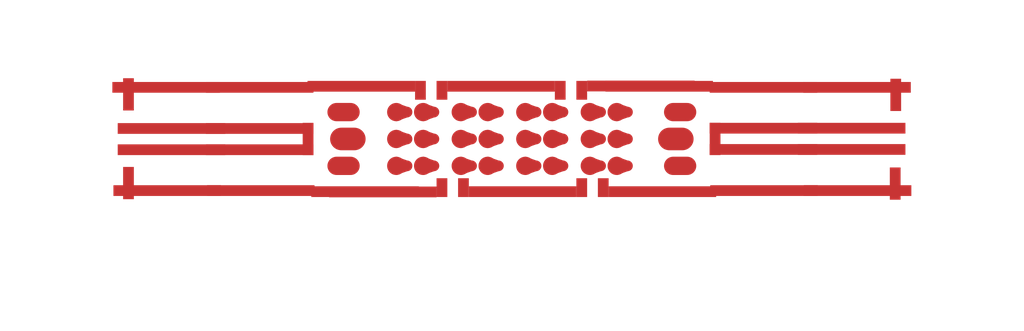
<source format=kicad_pcb>
(kicad_pcb (version 20240108) (generator "pcbnew") (generator_version "8.0")
  (layers (0 "F.Cu" signal) (31 "B.Cu" signal) (34 "B.Paste" user) (35 "F.Paste" user) (36 "B.SilkS" user "B.Silkscreen") (37 "F.SilkS" user "F.Silkscreen") (38 "B.Mask" user) (39 "F.Mask" user) (44 "Edge.Cuts" user))
  (net 0 "")
  (footprint "00-stencil-footprint-lib:Pad_10x1mm" (layer "F.Cu") (at 76.55 100.5 180)
    (property "Reference" "REF**" (hide yes))
    (property "Value" "Pad_10x1mm")
    (pad "1" smd rect (at 0 -0.5 180) (size 10 1) (layers "F.Cu" "F.Paste" "F.Mask"))
  )
  (footprint "00-stencil-footprint-lib:Pad_Tapered_d1_1.7mm_d2_1mm_dist_1mm" (layer "F.Cu") (at 110.25 97.5)
    (property "Reference" "REF**" (hide yes))
    (property "Value" "Pad_Tapered_d1_1.7mm_d2_1mm_dist_1mm")
    (pad "1" smd circle (at -0.5 0) (size 1.7 1.7) (layers "F.Cu" "F.Paste" "F.Mask"))
    (pad "1" smd custom (at 0 0) (size 1 1) (layers "F.Cu" "F.Paste" "F.Mask") (options (clearance outline) (anchor circle)) (primitives (gr_poly (pts (xy 0.5 -0.5) (xy -0.5 -0.85) (xy -0.5 0.85) (xy 0.5 0.5)) (width 0.01) (fill yes))))
    (pad "1" smd circle (at 0.5 0) (size 1 1) (layers "F.Cu" "F.Paste" "F.Mask"))
  )
  (footprint "00-stencil-footprint-lib:Pad_Tapered_d1_1.7mm_d2_1mm_dist_1mm" (layer "F.Cu") (at 101.75 100)
    (property "Reference" "REF**" (hide yes))
    (property "Value" "Pad_Tapered_d1_1.7mm_d2_1mm_dist_1mm")
    (pad "1" smd circle (at -0.5 0) (size 1.7 1.7) (layers "F.Cu" "F.Paste" "F.Mask"))
    (pad "1" smd custom (at 0 0) (size 1 1) (layers "F.Cu" "F.Paste" "F.Mask") (options (clearance outline) (anchor circle)) (primitives (gr_poly (pts (xy 0.5 -0.5) (xy -0.5 -0.85) (xy -0.5 0.85) (xy 0.5 0.5)) (width 0.01) (fill yes))))
    (pad "1" smd circle (at 0.5 0) (size 1 1) (layers "F.Cu" "F.Paste" "F.Mask"))
  )
  (footprint "00-stencil-footprint-lib:Pad_Slot_d_2.1mm_dist_1mm" (layer "F.Cu") (at 85.25 100)
    (property "Reference" "REF**" (hide yes))
    (property "Value" "Pad_Slot_d_2.1mm_dist_1mm")
    (pad "1" smd oval (at -0.5 0) (size 3.3 2.1) (layers "F.Cu" "F.Paste" "F.Mask"))
  )
  (footprint "00-stencil-footprint-lib:Pad_Slot_d_1.7mm_dist_1mm" (layer "F.Cu") (at 116.15 102.5)
    (property "Reference" "REF**" (hide yes))
    (property "Value" "Pad_Slot_d_1.7mm_dist_1mm")
    (pad "1" smd oval (at -0.5 0) (size 3 1.7) (layers "F.Cu" "F.Paste" "F.Mask"))
  )
  (footprint "00-stencil-footprint-lib:Pad_10x1mm" (layer "F.Cu") (at 86 95.6)
    (property "Reference" "REF**" (hide yes))
    (property "Value" "Pad_10x1mm")
    (pad "1" smd rect (at 0 -0.5) (size 10 1) (layers "F.Cu" "F.Paste" "F.Mask"))
  )
  (footprint "00-stencil-footprint-lib:Pad_Tapered_d1_1.7mm_d2_1mm_dist_1mm" (layer "F.Cu") (at 101.75 97.5)
    (property "Reference" "REF**" (hide yes))
    (property "Value" "Pad_Tapered_d1_1.7mm_d2_1mm_dist_1mm")
    (pad "1" smd circle (at -0.5 0) (size 1.7 1.7) (layers "F.Cu" "F.Paste" "F.Mask"))
    (pad "1" smd custom (at 0 0) (size 1 1) (layers "F.Cu" "F.Paste" "F.Mask") (options (clearance outline) (anchor circle)) (primitives (gr_poly (pts (xy 0.5 -0.5) (xy -0.5 -0.85) (xy -0.5 0.85) (xy 0.5 0.5)) (width 0.01) (fill yes))))
    (pad "1" smd circle (at 0.5 0) (size 1 1) (layers "F.Cu" "F.Paste" "F.Mask"))
  )
  (footprint "00-stencil-footprint-lib:Pad_Tapered_d1_1.7mm_d2_1mm_dist_1mm" (layer "F.Cu") (at 104.25 102.5)
    (property "Reference" "REF**" (hide yes))
    (property "Value" "Pad_Tapered_d1_1.7mm_d2_1mm_dist_1mm")
    (pad "1" smd circle (at -0.5 0) (size 1.7 1.7) (layers "F.Cu" "F.Paste" "F.Mask"))
    (pad "1" smd custom (at 0 0) (size 1 1) (layers "F.Cu" "F.Paste" "F.Mask") (options (clearance outline) (anchor circle)) (primitives (gr_poly (pts (xy 0.5 -0.5) (xy -0.5 -0.85) (xy -0.5 0.85) (xy 0.5 0.5)) (width 0.01) (fill yes))))
    (pad "1" smd circle (at 0.5 0) (size 1 1) (layers "F.Cu" "F.Paste" "F.Mask"))
  )
  (footprint "00-stencil-footprint-lib:Pad_3x1mm" (layer "F.Cu") (at 119.4 100 90)
    (property "Reference" "REF**" (hide yes))
    (property "Value" "Pad_3x1mm")
    (pad "1" smd rect (at 0 -0.5 90) (size 3 1) (layers "F.Cu" "F.Paste" "F.Mask"))
  )
  (footprint "00-stencil-footprint-lib:Pad_Tapered_d1_1.7mm_d2_1mm_dist_1mm" (layer "F.Cu") (at 101.75 102.5)
    (property "Reference" "REF**" (hide yes))
    (property "Value" "Pad_Tapered_d1_1.7mm_d2_1mm_dist_1mm")
    (pad "1" smd circle (at -0.5 0) (size 1.7 1.7) (layers "F.Cu" "F.Paste" "F.Mask"))
    (pad "1" smd custom (at 0 0) (size 1 1) (layers "F.Cu" "F.Paste" "F.Mask") (options (clearance outline) (anchor circle)) (primitives (gr_poly (pts (xy 0.5 -0.5) (xy -0.5 -0.85) (xy -0.5 0.85) (xy 0.5 0.5)) (width 0.01) (fill yes))))
    (pad "1" smd circle (at 0.5 0) (size 1 1) (layers "F.Cu" "F.Paste" "F.Mask"))
  )
  (footprint "00-stencil-footprint-lib:Pad_10x1mm" (layer "F.Cu") (at 132.1 95.7)
    (property "Reference" "REF**" (hide yes))
    (property "Value" "Pad_10x1mm")
    (pad "1" smd rect (at 0 -0.5) (size 10 1) (layers "F.Cu" "F.Paste" "F.Mask"))
  )
  (footprint "00-stencil-footprint-lib:Pad_Slot_d_1.7mm_dist_1mm" (layer "F.Cu") (at 84.85 102.5)
    (property "Reference" "REF**" (hide yes))
    (property "Value" "Pad_Slot_d_1.7mm_dist_1mm")
    (pad "1" smd oval (at -0.5 0) (size 3 1.7) (layers "F.Cu" "F.Paste" "F.Mask"))
  )
  (footprint "00-stencil-footprint-lib:Pad_Cutable_Segment_1mm" (layer "F.Cu") (at 94.5 104.4 180)
    (property "Reference" "REF**" (hide yes))
    (property "Value" "Pad_Cutable_Segment_1mm")
    (pad "1" smd rect (at -1 -0.125 270) (size 1.75 1) (layers "F.Cu" "F.Paste" "F.Mask"))
    (pad "1" smd rect (at 1 -0.125 270) (size 1.75 1) (layers "F.Cu" "F.Paste" "F.Mask"))
  )
  (footprint "00-stencil-footprint-lib:Pad_Slot_d_1.7mm_dist_1mm" (layer "F.Cu") (at 116.15 97.5)
    (property "Reference" "REF**" (hide yes))
    (property "Value" "Pad_Slot_d_1.7mm_dist_1mm")
    (pad "1" smd oval (at -0.5 0) (size 3 1.7) (layers "F.Cu" "F.Paste" "F.Mask"))
  )
  (footprint "00-stencil-footprint-lib:Pad_10x1mm" (layer "F.Cu") (at 76.55 98.525 180)
    (property "Reference" "REF**" (hide yes))
    (property "Value" "Pad_10x1mm")
    (pad "1" smd rect (at 0 -0.5 180) (size 10 1) (layers "F.Cu" "F.Paste" "F.Mask"))
  )
  (footprint "00-stencil-footprint-lib:Pad_10x1mm" (layer "F.Cu") (at 131.6 101.475)
    (property "Reference" "REF**" (hide yes))
    (property "Value" "Pad_10x1mm")
    (pad "1" smd rect (at 0 -0.5) (size 10 1) (layers "F.Cu" "F.Paste" "F.Mask"))
  )
  (footprint "00-stencil-footprint-lib:Pad_Tapered_d1_1.7mm_d2_1mm_dist_1mm" (layer "F.Cu") (at 92.25 100)
    (property "Reference" "REF**" (hide yes))
    (property "Value" "Pad_Tapered_d1_1.7mm_d2_1mm_dist_1mm")
    (pad "1" smd circle (at -0.5 0) (size 1.7 1.7) (layers "F.Cu" "F.Paste" "F.Mask"))
    (pad "1" smd custom (at 0 0) (size 1 1) (layers "F.Cu" "F.Paste" "F.Mask") (options (clearance outline) (anchor circle)) (primitives (gr_poly (pts (xy 0.5 -0.5) (xy -0.5 -0.85) (xy -0.5 0.85) (xy 0.5 0.5)) (width 0.01) (fill yes))))
    (pad "1" smd circle (at 0.5 0) (size 1 1) (layers "F.Cu" "F.Paste" "F.Mask"))
  )
  (footprint "00-stencil-footprint-lib:Pad_10x1mm" (layer "F.Cu") (at 76.55 95.7)
    (property "Reference" "REF**" (hide yes))
    (property "Value" "Pad_10x1mm")
    (pad "1" smd rect (at 0 -0.5) (size 10 1) (layers "F.Cu" "F.Paste" "F.Mask"))
  )
  (footprint "00-stencil-footprint-lib:Pad_10x1mm" (layer "F.Cu") (at 86.35 104.4 180)
    (property "Reference" "REF**" (hide yes))
    (property "Value" "Pad_10x1mm")
    (pad "1" smd rect (at 0 -0.5 180) (size 10 1) (layers "F.Cu" "F.Paste" "F.Mask"))
  )
  (footprint "00-stencil-footprint-lib:Pad_Tapered_d1_1.7mm_d2_1mm_dist_1mm" (layer "F.Cu") (at 104.25 97.5)
    (property "Reference" "REF**" (hide yes))
    (property "Value" "Pad_Tapered_d1_1.7mm_d2_1mm_dist_1mm")
    (pad "1" smd circle (at -0.5 0) (size 1.7 1.7) (layers "F.Cu" "F.Paste" "F.Mask"))
    (pad "1" smd custom (at 0 0) (size 1 1) (layers "F.Cu" "F.Paste" "F.Mask") (options (clearance outline) (anchor circle)) (primitives (gr_poly (pts (xy 0.5 -0.5) (xy -0.5 -0.85) (xy -0.5 0.85) (xy 0.5 0.5)) (width 0.01) (fill yes))))
    (pad "1" smd circle (at 0.5 0) (size 1 1) (layers "F.Cu" "F.Paste" "F.Mask"))
  )
  (footprint "00-stencil-footprint-lib:Pad_Cutable_Segment_1mm" (layer "F.Cu") (at 107.5 104.4 180)
    (property "Reference" "REF**" (hide yes))
    (property "Value" "Pad_Cutable_Segment_1mm")
    (pad "1" smd rect (at -1 -0.125 270) (size 1.75 1) (layers "F.Cu" "F.Paste" "F.Mask"))
    (pad "1" smd rect (at 1 -0.125 270) (size 1.75 1) (layers "F.Cu" "F.Paste" "F.Mask"))
  )
  (footprint "00-stencil-footprint-lib:Pad_Tapered_d1_1.7mm_d2_1mm_dist_1mm" (layer "F.Cu") (at 89.75 102.5)
    (property "Reference" "REF**" (hide yes))
    (property "Value" "Pad_Tapered_d1_1.7mm_d2_1mm_dist_1mm")
    (pad "1" smd circle (at -0.5 0) (size 1.7 1.7) (layers "F.Cu" "F.Paste" "F.Mask"))
    (pad "1" smd custom (at 0 0) (size 1 1) (layers "F.Cu" "F.Paste" "F.Mask") (options (clearance outline) (anchor circle)) (primitives (gr_poly (pts (xy 0.5 -0.5) (xy -0.5 -0.85) (xy -0.5 0.85) (xy 0.5 0.5)) (width 0.01) (fill yes))))
    (pad "1" smd circle (at 0.5 0) (size 1 1) (layers "F.Cu" "F.Paste" "F.Mask"))
  )
  (footprint "00-stencil-footprint-lib:Pad_Tapered_d1_1.7mm_d2_1mm_dist_1mm" (layer "F.Cu") (at 107.75 102.5)
    (property "Reference" "REF**" (hide yes))
    (property "Value" "Pad_Tapered_d1_1.7mm_d2_1mm_dist_1mm")
    (pad "1" smd circle (at -0.5 0) (size 1.7 1.7) (layers "F.Cu" "F.Paste" "F.Mask"))
    (pad "1" smd custom (at 0 0) (size 1 1) (layers "F.Cu" "F.Paste" "F.Mask") (options (clearance outline) (anchor circle)) (primitives (gr_poly (pts (xy 0.5 -0.5) (xy -0.5 -0.85) (xy -0.5 0.85) (xy 0.5 0.5)) (width 0.01) (fill yes))))
    (pad "1" smd circle (at 0.5 0) (size 1 1) (layers "F.Cu" "F.Paste" "F.Mask"))
  )
  (footprint "00-stencil-footprint-lib:Pad_10x1mm" (layer "F.Cu") (at 88 104.425 180)
    (property "Reference" "REF**" (hide yes))
    (property "Value" "Pad_10x1mm")
    (pad "1" smd rect (at 0 -0.5 180) (size 10 1) (layers "F.Cu" "F.Paste" "F.Mask"))
  )
  (footprint "00-stencil-footprint-lib:Pad_Tapered_d1_1.7mm_d2_1mm_dist_1mm" (layer "F.Cu") (at 98.25 102.5)
    (property "Reference" "REF**" (hide yes))
    (property "Value" "Pad_Tapered_d1_1.7mm_d2_1mm_dist_1mm")
    (pad "1" smd circle (at -0.5 0) (size 1.7 1.7) (layers "F.Cu" "F.Paste" "F.Mask"))
    (pad "1" smd custom (at 0 0) (size 1 1) (layers "F.Cu" "F.Paste" "F.Mask") (options (clearance outline) (anchor circle)) (primitives (gr_poly (pts (xy 0.5 -0.5) (xy -0.5 -0.85) (xy -0.5 0.85) (xy 0.5 0.5)) (width 0.01) (fill yes))))
    (pad "1" smd circle (at 0.5 0) (size 1 1) (layers "F.Cu" "F.Paste" "F.Mask"))
  )
  (footprint "00-stencil-footprint-lib:Pad_3x1mm" (layer "F.Cu") (at 136.15 104.15 90)
    (property "Reference" "REF**" (hide yes))
    (property "Value" "Pad_3x1mm")
    (pad "1" smd rect (at 0 -0.5 90) (size 3 1) (layers "F.Cu" "F.Paste" "F.Mask"))
  )
  (footprint "00-stencil-footprint-lib:Pad_Tapered_d1_1.7mm_d2_1mm_dist_1mm" (layer "F.Cu") (at 89.75 100)
    (property "Reference" "REF**" (hide yes))
    (property "Value" "Pad_Tapered_d1_1.7mm_d2_1mm_dist_1mm")
    (pad "1" smd circle (at -0.5 0) (size 1.7 1.7) (layers "F.Cu" "F.Paste" "F.Mask"))
    (pad "1" smd custom (at 0 0) (size 1 1) (layers "F.Cu" "F.Paste" "F.Mask") (options (clearance outline) (anchor circle)) (primitives (gr_poly (pts (xy 0.5 -0.5) (xy -0.5 -0.85) (xy -0.5 0.85) (xy 0.5 0.5)) (width 0.01) (fill yes))))
    (pad "1" smd circle (at 0.5 0) (size 1 1) (layers "F.Cu" "F.Paste" "F.Mask"))
  )
  (footprint "00-stencil-footprint-lib:Pad_Slot_d_1.7mm_dist_1mm" (layer "F.Cu") (at 84.85 97.5)
    (property "Reference" "REF**" (hide yes))
    (property "Value" "Pad_Slot_d_1.7mm_dist_1mm")
    (pad "1" smd oval (at -0.5 0) (size 3 1.7) (layers "F.Cu" "F.Paste" "F.Mask"))
  )
  (footprint "00-stencil-footprint-lib:Pad_Tapered_d1_1.7mm_d2_1mm_dist_1mm" (layer "F.Cu") (at 107.75 100)
    (property "Reference" "REF**" (hide yes))
    (property "Value" "Pad_Tapered_d1_1.7mm_d2_1mm_dist_1mm")
    (pad "1" smd circle (at -0.5 0) (size 1.7 1.7) (layers "F.Cu" "F.Paste" "F.Mask"))
    (pad "1" smd custom (at 0 0) (size 1 1) (layers "F.Cu" "F.Paste" "F.Mask") (options (clearance outline) (anchor circle)) (primitives (gr_poly (pts (xy 0.5 -0.5) (xy -0.5 -0.85) (xy -0.5 0.85) (xy 0.5 0.5)) (width 0.01) (fill yes))))
    (pad "1" smd circle (at 0.5 0) (size 1 1) (layers "F.Cu" "F.Paste" "F.Mask"))
  )
  (footprint "00-stencil-footprint-lib:Pad_Cutable_Segment_1mm" (layer "F.Cu") (at 105.5 95.6)
    (property "Reference" "REF**" (hide yes))
    (property "Value" "Pad_Cutable_Segment_1mm")
    (pad "1" smd rect (at -1 -0.125 90) (size 1.75 1) (layers "F.Cu" "F.Paste" "F.Mask"))
    (pad "1" smd rect (at 1 -0.125 90) (size 1.75 1) (layers "F.Cu" "F.Paste" "F.Mask"))
  )
  (footprint "00-stencil-footprint-lib:Pad_3x1mm" (layer "F.Cu") (at 136.2 95.9 90)
    (property "Reference" "REF**" (hide yes))
    (property "Value" "Pad_3x1mm")
    (pad "1" smd rect (at 0 -0.5 90) (size 3 1) (layers "F.Cu" "F.Paste" "F.Mask"))
  )
  (footprint "00-stencil-footprint-lib:Pad_3x1mm" (layer "F.Cu") (at 63.85 104.1 -90)
    (property "Reference" "REF**" (hide yes))
    (property "Value" "Pad_3x1mm")
    (pad "1" smd rect (at 0 -0.5 270) (size 3 1) (layers "F.Cu" "F.Paste" "F.Mask"))
  )
  (footprint "00-stencil-footprint-lib:Pad_Tapered_d1_1.7mm_d2_1mm_dist_1mm" (layer "F.Cu") (at 95.75 102.5)
    (property "Reference" "REF**" (hide yes))
    (property "Value" "Pad_Tapered_d1_1.7mm_d2_1mm_dist_1mm")
    (pad "1" smd circle (at -0.5 0) (size 1.7 1.7) (layers "F.Cu" "F.Paste" "F.Mask"))
    (pad "1" smd custom (at 0 0) (size 1 1) (layers "F.Cu" "F.Paste" "F.Mask") (options (clearance outline) (anchor circle)) (primitives (gr_poly (pts (xy 0.5 -0.5) (xy -0.5 -0.85) (xy -0.5 0.85) (xy 0.5 0.5)) (width 0.01) (fill yes))))
    (pad "1" smd circle (at 0.5 0) (size 1 1) (layers "F.Cu" "F.Paste" "F.Mask"))
  )
  (footprint "00-stencil-footprint-lib:Pad_Tapered_d1_1.7mm_d2_1mm_dist_1mm" (layer "F.Cu") (at 92.25 97.5)
    (property "Reference" "REF**" (hide yes))
    (property "Value" "Pad_Tapered_d1_1.7mm_d2_1mm_dist_1mm")
    (pad "1" smd circle (at -0.5 0) (size 1.7 1.7) (layers "F.Cu" "F.Paste" "F.Mask"))
    (pad "1" smd custom (at 0 0) (size 1 1) (layers "F.Cu" "F.Paste" "F.Mask") (options (clearance outline) (anchor circle)) (primitives (gr_poly (pts (xy 0.5 -0.5) (xy -0.5 -0.85) (xy -0.5 0.85) (xy 0.5 0.5)) (width 0.01) (fill yes))))
    (pad "1" smd circle (at 0.5 0) (size 1 1) (layers "F.Cu" "F.Paste" "F.Mask"))
  )
  (footprint "00-stencil-footprint-lib:Pad_10x1mm" (layer "F.Cu") (at 112 95.575)
    (property "Reference" "REF**" (hide yes))
    (property "Value" "Pad_10x1mm")
    (pad "1" smd rect (at 0 -0.5) (size 10 1) (layers "F.Cu" "F.Paste" "F.Mask"))
  )
  (footprint "00-stencil-footprint-lib:Pad_Tapered_d1_1.7mm_d2_1mm_dist_1mm" (layer "F.Cu") (at 89.75 97.5)
    (property "Reference" "REF**" (hide yes))
    (property "Value" "Pad_Tapered_d1_1.7mm_d2_1mm_dist_1mm")
    (pad "1" smd circle (at -0.5 0) (size 1.7 1.7) (layers "F.Cu" "F.Paste" "F.Mask"))
    (pad "1" smd custom (at 0 0) (size 1 1) (layers "F.Cu" "F.Paste" "F.Mask") (options (clearance outline) (anchor circle)) (primitives (gr_poly (pts (xy 0.5 -0.5) (xy -0.5 -0.85) (xy -0.5 0.85) (xy 0.5 0.5)) (width 0.01) (fill yes))))
    (pad "1" smd circle (at 0.5 0) (size 1 1) (layers "F.Cu" "F.Paste" "F.Mask"))
  )
  (footprint "00-stencil-footprint-lib:Pad_Slot_d_2.1mm_dist_1mm" (layer "F.Cu") (at 115.75 100)
    (property "Reference" "REF**" (hide yes))
    (property "Value" "Pad_Slot_d_2.1mm_dist_1mm")
    (pad "1" smd oval (at -0.5 0) (size 3.3 2.1) (layers "F.Cu" "F.Paste" "F.Mask"))
  )
  (footprint "00-stencil-footprint-lib:Pad_Tapered_d1_1.7mm_d2_1mm_dist_1mm" (layer "F.Cu") (at 92.25 102.5)
    (property "Reference" "REF**" (hide yes))
    (property "Value" "Pad_Tapered_d1_1.7mm_d2_1mm_dist_1mm")
    (pad "1" smd circle (at -0.5 0) (size 1.7 1.7) (layers "F.Cu" "F.Paste" "F.Mask"))
    (pad "1" smd custom (at 0 0) (size 1 1) (layers "F.Cu" "F.Paste" "F.Mask") (options (clearance outline) (anchor circle)) (primitives (gr_poly (pts (xy 0.5 -0.5) (xy -0.5 -0.85) (xy -0.5 0.85) (xy 0.5 0.5)) (width 0.01) (fill yes))))
    (pad "1" smd circle (at 0.5 0) (size 1 1) (layers "F.Cu" "F.Paste" "F.Mask"))
  )
  (footprint "00-stencil-footprint-lib:Pad_Tapered_d1_1.7mm_d2_1mm_dist_1mm" (layer "F.Cu") (at 110.25 102.5)
    (property "Reference" "REF**" (hide yes))
    (property "Value" "Pad_Tapered_d1_1.7mm_d2_1mm_dist_1mm")
    (pad "1" smd circle (at -0.5 0) (size 1.7 1.7) (layers "F.Cu" "F.Paste" "F.Mask"))
    (pad "1" smd custom (at 0 0) (size 1 1) (layers "F.Cu" "F.Paste" "F.Mask") (options (clearance outline) (anchor circle)) (primitives (gr_poly (pts (xy 0.5 -0.5) (xy -0.5 -0.85) (xy -0.5 0.85) (xy 0.5 0.5)) (width 0.01) (fill yes))))
    (pad "1" smd circle (at 0.5 0) (size 1 1) (layers "F.Cu" "F.Paste" "F.Mask"))
  )
  (footprint "00-stencil-footprint-lib:Pad_Tapered_d1_1.7mm_d2_1mm_dist_1mm" (layer "F.Cu") (at 104.25 100)
    (property "Reference" "REF**" (hide yes))
    (property "Value" "Pad_Tapered_d1_1.7mm_d2_1mm_dist_1mm")
    (pad "1" smd circle (at -0.5 0) (size 1.7 1.7) (layers "F.Cu" "F.Paste" "F.Mask"))
    (pad "1" smd custom (at 0 0) (size 1 1) (layers "F.Cu" "F.Paste" "F.Mask") (options (clearance outline) (anchor circle)) (primitives (gr_poly (pts (xy 0.5 -0.5) (xy -0.5 -0.85) (xy -0.5 0.85) (xy 0.5 0.5)) (width 0.01) (fill yes))))
    (pad "1" smd circle (at 0.5 0) (size 1 1) (layers "F.Cu" "F.Paste" "F.Mask"))
  )
  (footprint "00-stencil-footprint-lib:Pad_10x1mm" (layer "F.Cu") (at 67.95 104.3 180)
    (property "Reference" "REF**" (hide yes))
    (property "Value" "Pad_10x1mm")
    (pad "1" smd rect (at 0 -0.5 180) (size 10 1) (layers "F.Cu" "F.Paste" "F.Mask"))
  )
  (footprint "00-stencil-footprint-lib:Pad_10x1mm" (layer "F.Cu") (at 132.15 104.3 180)
    (property "Reference" "REF**" (hide yes))
    (property "Value" "Pad_10x1mm")
    (pad "1" smd rect (at 0 -0.5 180) (size 10 1) (layers "F.Cu" "F.Paste" "F.Mask"))
  )
  (footprint "00-stencil-footprint-lib:Pad_Tapered_d1_1.7mm_d2_1mm_dist_1mm" (layer "F.Cu") (at 95.75 100)
    (property "Reference" "REF**" (hide yes))
    (property "Value" "Pad_Tapered_d1_1.7mm_d2_1mm_dist_1mm")
    (pad "1" smd circle (at -0.5 0) (size 1.7 1.7) (layers "F.Cu" "F.Paste" "F.Mask"))
    (pad "1" smd custom (at 0 0) (size 1 1) (layers "F.Cu" "F.Paste" "F.Mask") (options (clearance outline) (anchor circle)) (primitives (gr_poly (pts (xy 0.5 -0.5) (xy -0.5 -0.85) (xy -0.5 0.85) (xy 0.5 0.5)) (width 0.01) (fill yes))))
    (pad "1" smd circle (at 0.5 0) (size 1 1) (layers "F.Cu" "F.Paste" "F.Mask"))
  )
  (footprint "00-stencil-footprint-lib:Pad_Tapered_d1_1.7mm_d2_1mm_dist_1mm" (layer "F.Cu") (at 98.25 100)
    (property "Reference" "REF**" (hide yes))
    (property "Value" "Pad_Tapered_d1_1.7mm_d2_1mm_dist_1mm")
    (pad "1" smd circle (at -0.5 0) (size 1.7 1.7) (layers "F.Cu" "F.Paste" "F.Mask"))
    (pad "1" smd custom (at 0 0) (size 1 1) (layers "F.Cu" "F.Paste" "F.Mask") (options (clearance outline) (anchor circle)) (primitives (gr_poly (pts (xy 0.5 -0.5) (xy -0.5 -0.85) (xy -0.5 0.85) (xy 0.5 0.5)) (width 0.01) (fill yes))))
    (pad "1" smd circle (at 0.5 0) (size 1 1) (layers "F.Cu" "F.Paste" "F.Mask"))
  )
  (footprint "00-stencil-footprint-lib:Pad_Tapered_d1_1.7mm_d2_1mm_dist_1mm" (layer "F.Cu") (at 95.75 97.5)
    (property "Reference" "REF**" (hide yes))
    (property "Value" "Pad_Tapered_d1_1.7mm_d2_1mm_dist_1mm")
    (pad "1" smd circle (at -0.5 0) (size 1.7 1.7) (layers "F.Cu" "F.Paste" "F.Mask"))
    (pad "1" smd custom (at 0 0) (size 1 1) (layers "F.Cu" "F.Paste" "F.Mask") (options (clearance outline) (anchor circle)) (primitives (gr_poly (pts (xy 0.5 -0.5) (xy -0.5 -0.85) (xy -0.5 0.85) (xy 0.5 0.5)) (width 0.01) (fill yes))))
    (pad "1" smd circle (at 0.5 0) (size 1 1) (layers "F.Cu" "F.Paste" "F.Mask"))
  )
  (footprint "00-stencil-footprint-lib:Pad_10x1mm" (layer "F.Cu") (at 76.65 104.3 180)
    (property "Reference" "REF**" (hide yes))
    (property "Value" "Pad_10x1mm")
    (pad "1" smd rect (at 0 -0.5 180) (size 10 1) (layers "F.Cu" "F.Paste" "F.Mask"))
  )
  (footprint "00-stencil-footprint-lib:Pad_10x1mm" (layer "F.Cu") (at 68.35 100.5 180)
    (property "Reference" "REF**" (hide yes))
    (property "Value" "Pad_10x1mm")
    (pad "1" smd rect (at 0 -0.5 180) (size 10 1) (layers "F.Cu" "F.Paste" "F.Mask"))
  )
  (footprint "00-stencil-footprint-lib:Pad_10x1mm" (layer "F.Cu") (at 123.45 104.3 180)
    (property "Reference" "REF**" (hide yes))
    (property "Value" "Pad_10x1mm")
    (pad "1" smd rect (at 0 -0.5 180) (size 10 1) (layers "F.Cu" "F.Paste" "F.Mask"))
  )
  (footprint "00-stencil-footprint-lib:Pad_Cutable_Segment_1mm" (layer "F.Cu") (at 92.5 95.6)
    (property "Reference" "REF**" (hide yes))
    (property "Value" "Pad_Cutable_Segment_1mm")
    (pad "1" smd rect (at -1 -0.125 90) (size 1.75 1) (layers "F.Cu" "F.Paste" "F.Mask"))
    (pad "1" smd rect (at 1 -0.125 90) (size 1.75 1) (layers "F.Cu" "F.Paste" "F.Mask"))
  )
  (footprint "00-stencil-footprint-lib:Pad_Tapered_d1_1.7mm_d2_1mm_dist_1mm" (layer "F.Cu") (at 98.25 97.5)
    (property "Reference" "REF**" (hide yes))
    (property "Value" "Pad_Tapered_d1_1.7mm_d2_1mm_dist_1mm")
    (pad "1" smd circle (at -0.5 0) (size 1.7 1.7) (layers "F.Cu" "F.Paste" "F.Mask"))
    (pad "1" smd custom (at 0 0) (size 1 1) (layers "F.Cu" "F.Paste" "F.Mask") (options (clearance outline) (anchor circle)) (primitives (gr_poly (pts (xy 0.5 -0.5) (xy -0.5 -0.85) (xy -0.5 0.85) (xy 0.5 0.5)) (width 0.01) (fill yes))))
    (pad "1" smd circle (at 0.5 0) (size 1 1) (layers "F.Cu" "F.Paste" "F.Mask"))
  )
  (footprint "00-stencil-footprint-lib:Pad_10x1mm" (layer "F.Cu") (at 68.35 98.525 180)
    (property "Reference" "REF**" (hide yes))
    (property "Value" "Pad_10x1mm")
    (pad "1" smd rect (at 0 -0.5 180) (size 10 1) (layers "F.Cu" "F.Paste" "F.Mask"))
  )
  (footprint "00-stencil-footprint-lib:Pad_10x1mm" (layer "F.Cu") (at 123.4 95.7)
    (property "Reference" "REF**" (hide yes))
    (property "Value" "Pad_10x1mm")
    (pad "1" smd rect (at 0 -0.5) (size 10 1) (layers "F.Cu" "F.Paste" "F.Mask"))
  )
  (footprint "00-stencil-footprint-lib:Pad_10x1mm" (layer "F.Cu") (at 123.4 101.475)
    (property "Reference" "REF**" (hide yes))
    (property "Value" "Pad_10x1mm")
    (pad "1" smd rect (at 0 -0.5) (size 10 1) (layers "F.Cu" "F.Paste" "F.Mask"))
  )
  (footprint "00-stencil-footprint-lib:Pad_10x1mm" (layer "F.Cu") (at 99 95.6)
    (property "Reference" "REF**" (hide yes))
    (property "Value" "Pad_10x1mm")
    (pad "1" smd rect (at 0 -0.5) (size 10 1) (layers "F.Cu" "F.Paste" "F.Mask"))
  )
  (footprint "00-stencil-footprint-lib:Pad_Tapered_d1_1.7mm_d2_1mm_dist_1mm" (layer "F.Cu") (at 107.75 97.5)
    (property "Reference" "REF**" (hide yes))
    (property "Value" "Pad_Tapered_d1_1.7mm_d2_1mm_dist_1mm")
    (pad "1" smd circle (at -0.5 0) (size 1.7 1.7) (layers "F.Cu" "F.Paste" "F.Mask"))
    (pad "1" smd custom (at 0 0) (size 1 1) (layers "F.Cu" "F.Paste" "F.Mask") (options (clearance outline) (anchor circle)) (primitives (gr_poly (pts (xy 0.5 -0.5) (xy -0.5 -0.85) (xy -0.5 0.85) (xy 0.5 0.5)) (width 0.01) (fill yes))))
    (pad "1" smd circle (at 0.5 0) (size 1 1) (layers "F.Cu" "F.Paste" "F.Mask"))
  )
  (footprint "00-stencil-footprint-lib:Pad_3x1mm" (layer "F.Cu") (at 63.85 95.85 -90)
    (property "Reference" "REF**" (hide yes))
    (property "Value" "Pad_3x1mm")
    (pad "1" smd rect (at 0 -0.5 270) (size 3 1) (layers "F.Cu" "F.Paste" "F.Mask"))
  )
  (footprint "00-stencil-footprint-lib:Pad_10x1mm" (layer "F.Cu") (at 113.7 95.6)
    (property "Reference" "REF**" (hide yes))
    (property "Value" "Pad_10x1mm")
    (pad "1" smd rect (at 0 -0.5) (size 10 1) (layers "F.Cu" "F.Paste" "F.Mask"))
  )
  (footprint "00-stencil-footprint-lib:Pad_10x1mm" (layer "F.Cu") (at 67.85 95.7)
    (property "Reference" "REF**" (hide yes))
    (property "Value" "Pad_10x1mm")
    (pad "1" smd rect (at 0 -0.5) (size 10 1) (layers "F.Cu" "F.Paste" "F.Mask"))
  )
  (footprint "00-stencil-footprint-lib:Pad_10x1mm" (layer "F.Cu") (at 123.4 99.5)
    (property "Reference" "REF**" (hide yes))
    (property "Value" "Pad_10x1mm")
    (pad "1" smd rect (at 0 -0.5) (size 10 1) (layers "F.Cu" "F.Paste" "F.Mask"))
  )
  (footprint "00-stencil-footprint-lib:Pad_10x1mm" (layer "F.Cu") (at 114 104.4 180)
    (property "Reference" "REF**" (hide yes))
    (property "Value" "Pad_10x1mm")
    (pad "1" smd rect (at 0 -0.5 180) (size 10 1) (layers "F.Cu" "F.Paste" "F.Mask"))
  )
  (footprint "00-stencil-footprint-lib:Pad_10x1mm" (layer "F.Cu") (at 101 104.4 180)
    (property "Reference" "REF**" (hide yes))
    (property "Value" "Pad_10x1mm")
    (pad "1" smd rect (at 0 -0.5 180) (size 10 1) (layers "F.Cu" "F.Paste" "F.Mask"))
  )
  (footprint "00-stencil-footprint-lib:Pad_Tapered_d1_1.7mm_d2_1mm_dist_1mm" (layer "F.Cu") (at 110.25 100)
    (property "Reference" "REF**" (hide yes))
    (property "Value" "Pad_Tapered_d1_1.7mm_d2_1mm_dist_1mm")
    (pad "1" smd circle (at -0.5 0) (size 1.7 1.7) (layers "F.Cu" "F.Paste" "F.Mask"))
    (pad "1" smd custom (at 0 0) (size 1 1) (layers "F.Cu" "F.Paste" "F.Mask") (options (clearance outline) (anchor circle)) (primitives (gr_poly (pts (xy 0.5 -0.5) (xy -0.5 -0.85) (xy -0.5 0.85) (xy 0.5 0.5)) (width 0.01) (fill yes))))
    (pad "1" smd circle (at 0.5 0) (size 1 1) (layers "F.Cu" "F.Paste" "F.Mask"))
  )
  (footprint "00-stencil-footprint-lib:Pad_3x1mm" (layer "F.Cu") (at 80.55 100 -90)
    (property "Reference" "REF**" (hide yes))
    (property "Value" "Pad_3x1mm")
    (pad "1" smd rect (at 0 -0.5 270) (size 3 1) (layers "F.Cu" "F.Paste" "F.Mask"))
  )
  (footprint "00-stencil-footprint-lib:Pad_10x1mm" (layer "F.Cu") (at 131.6 99.5)
    (property "Reference" "REF**" (hide yes))
    (property "Value" "Pad_10x1mm")
    (pad "1" smd rect (at 0 -0.5) (size 10 1) (layers "F.Cu" "F.Paste" "F.Mask"))
  )
)
</source>
